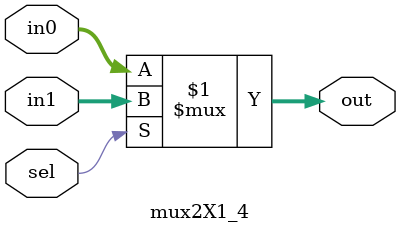
<source format=v>
module select_adder(a,b,sum);
input [31:0] a,b;
output [32:0] sum;
wire [31:0] sum0, sum1;
wire [7:1] c;
wire [7:0] cout0, cout1;
// carry = 0
ripple_adder rca_0(sum0[3:0], cout0[0], a[3:0], b[3:0], 1'b0);
// carry = 1
ripple_adder rca_1(sum1[3:0], cout1[0], a[3:0], b[3:0], 1'b1);
mux2X1_4 mux_sum(sum[3:0], sum0[3:0], sum1[3:0], 1'b0);
mux2X1_1 mux_cout(c[1], cout0[0], cout1[0], 1'b0);

// carry = 1
ripple_adder rca_other_0[6:1](sum0[27:4], cout0[6:1], a[27:4], b[27:4], 1'b0);
// carry = 0
ripple_adder rca_other_1[6:1](sum1[27:4], cout1[6:1], a[27:4], b[27:4], 1'b1);
mux2X1_4 mux_other_sum[6:1](sum[27:4], sum0[27:4], sum1[27:4], c[6:1]);
mux2X1_1 mux_other_cout[6:1](c[7:2], cout0[6:1], cout1[6:1], c[6:1]);

// carry = 0
ripple_adder rca_last_0(sum0[31:28], cout0[7], a[31:28], b[31:28], 1'b0);
// carry = 1
ripple_adder rca_last_1(sum1[31:28], cout1[7], a[31:28], b[31:28], 1'b1);
mux2X1_4 mux_last_sum(sum[31:28], sum0[31:28], sum1[31:28], c[7]);
mux2X1_1 mux_last_cout(sum[32], cout0[7], cout1[7], c[7]);
endmodule
// ================ RCA4 ================
module ripple_adder(output [3:0] sum, output cout, input [3:0] a, b, input cin);
wire [3:1] c;
full_adder fa0(a[0], b[0], cin,sum[0], c[1]);
full_adder fa[2:1](a[2:1], b[2:1], c[2:1],sum[2:1], c[3:2]);
full_adder fa31(a[3], b[3], c[3],sum[3], cout);
endmodule
// ================ FA ================
module full_adder(a,b,cin,sum, cout);
input a,b,cin;
output sum, cout;
wire x,y,z;
half_adder h1(.a(a), .b(b), .sum(x), .cout(y));
half_adder h2(.a(x), .b(cin), .sum(sum), .cout(z));
or or_1(cout,z,y);
endmodule
// ================ HA ================
module half_adder( a,b, sum, cout );
input a,b;
output sum, cout;
xor xor_1 (sum,a,b);
and and_1 (cout,a,b);
endmodule
// ================ MUX ================
module mux2X1_1(out,in0,in1,sel);
input in0,in1;
input sel;
output out;
assign out=(sel)?in1:in0;
endmodule
module mux2X1_4(out,in0,in1,sel);
input [3:0] in0,in1;
input sel;
output [3:0] out;
assign out=(sel)?in1:in0;
endmodule
// ================ END ================

</source>
